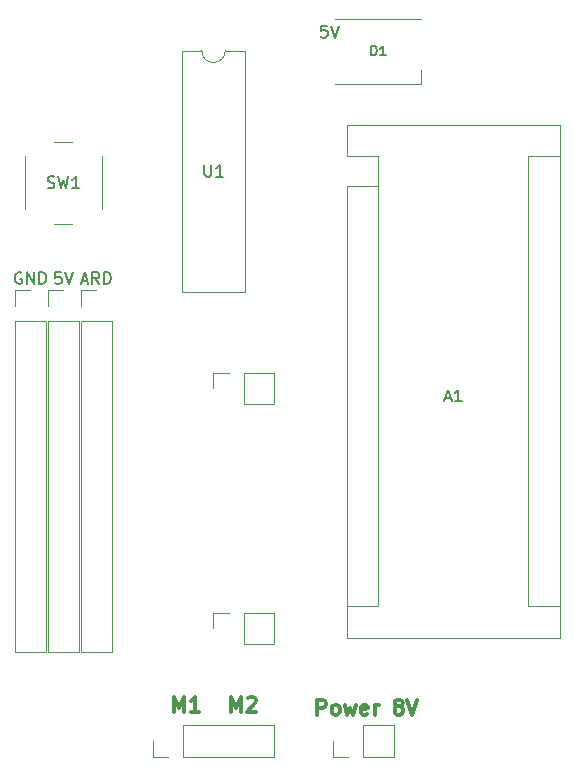
<source format=gbr>
%TF.GenerationSoftware,KiCad,Pcbnew,(6.0.0)*%
%TF.CreationDate,2025-05-03T01:33:45+03:00*%
%TF.ProjectId,board-eng,626f6172-642d-4656-9e67-2e6b69636164,rev?*%
%TF.SameCoordinates,Original*%
%TF.FileFunction,Legend,Top*%
%TF.FilePolarity,Positive*%
%FSLAX46Y46*%
G04 Gerber Fmt 4.6, Leading zero omitted, Abs format (unit mm)*
G04 Created by KiCad (PCBNEW (6.0.0)) date 2025-05-03 01:33:45*
%MOMM*%
%LPD*%
G01*
G04 APERTURE LIST*
%ADD10C,0.300000*%
%ADD11C,0.150000*%
%ADD12C,0.120000*%
G04 APERTURE END LIST*
D10*
X141211904Y-156276523D02*
X141211904Y-155006523D01*
X141635238Y-155913666D01*
X142058571Y-155006523D01*
X142058571Y-156276523D01*
X142602857Y-155127476D02*
X142663333Y-155067000D01*
X142784285Y-155006523D01*
X143086666Y-155006523D01*
X143207619Y-155067000D01*
X143268095Y-155127476D01*
X143328571Y-155248428D01*
X143328571Y-155369380D01*
X143268095Y-155550809D01*
X142542380Y-156276523D01*
X143328571Y-156276523D01*
X136385904Y-156276523D02*
X136385904Y-155006523D01*
X136809238Y-155913666D01*
X137232571Y-155006523D01*
X137232571Y-156276523D01*
X138502571Y-156276523D02*
X137776857Y-156276523D01*
X138139714Y-156276523D02*
X138139714Y-155006523D01*
X138018761Y-155187952D01*
X137897809Y-155308904D01*
X137776857Y-155369380D01*
X148511380Y-156530523D02*
X148511380Y-155260523D01*
X148995190Y-155260523D01*
X149116142Y-155321000D01*
X149176619Y-155381476D01*
X149237095Y-155502428D01*
X149237095Y-155683857D01*
X149176619Y-155804809D01*
X149116142Y-155865285D01*
X148995190Y-155925761D01*
X148511380Y-155925761D01*
X149962809Y-156530523D02*
X149841857Y-156470047D01*
X149781380Y-156409571D01*
X149720904Y-156288619D01*
X149720904Y-155925761D01*
X149781380Y-155804809D01*
X149841857Y-155744333D01*
X149962809Y-155683857D01*
X150144238Y-155683857D01*
X150265190Y-155744333D01*
X150325666Y-155804809D01*
X150386142Y-155925761D01*
X150386142Y-156288619D01*
X150325666Y-156409571D01*
X150265190Y-156470047D01*
X150144238Y-156530523D01*
X149962809Y-156530523D01*
X150809476Y-155683857D02*
X151051380Y-156530523D01*
X151293285Y-155925761D01*
X151535190Y-156530523D01*
X151777095Y-155683857D01*
X152744714Y-156470047D02*
X152623761Y-156530523D01*
X152381857Y-156530523D01*
X152260904Y-156470047D01*
X152200428Y-156349095D01*
X152200428Y-155865285D01*
X152260904Y-155744333D01*
X152381857Y-155683857D01*
X152623761Y-155683857D01*
X152744714Y-155744333D01*
X152805190Y-155865285D01*
X152805190Y-155986238D01*
X152200428Y-156107190D01*
X153349476Y-156530523D02*
X153349476Y-155683857D01*
X153349476Y-155925761D02*
X153409952Y-155804809D01*
X153470428Y-155744333D01*
X153591380Y-155683857D01*
X153712333Y-155683857D01*
X155284714Y-155804809D02*
X155163761Y-155744333D01*
X155103285Y-155683857D01*
X155042809Y-155562904D01*
X155042809Y-155502428D01*
X155103285Y-155381476D01*
X155163761Y-155321000D01*
X155284714Y-155260523D01*
X155526619Y-155260523D01*
X155647571Y-155321000D01*
X155708047Y-155381476D01*
X155768523Y-155502428D01*
X155768523Y-155562904D01*
X155708047Y-155683857D01*
X155647571Y-155744333D01*
X155526619Y-155804809D01*
X155284714Y-155804809D01*
X155163761Y-155865285D01*
X155103285Y-155925761D01*
X155042809Y-156046714D01*
X155042809Y-156288619D01*
X155103285Y-156409571D01*
X155163761Y-156470047D01*
X155284714Y-156530523D01*
X155526619Y-156530523D01*
X155647571Y-156470047D01*
X155708047Y-156409571D01*
X155768523Y-156288619D01*
X155768523Y-156046714D01*
X155708047Y-155925761D01*
X155647571Y-155865285D01*
X155526619Y-155804809D01*
X156131380Y-155260523D02*
X156554714Y-156530523D01*
X156978047Y-155260523D01*
D11*
%TO.C,A1*%
X159305714Y-129706666D02*
X159781904Y-129706666D01*
X159210476Y-129992380D02*
X159543809Y-128992380D01*
X159877142Y-129992380D01*
X160734285Y-129992380D02*
X160162857Y-129992380D01*
X160448571Y-129992380D02*
X160448571Y-128992380D01*
X160353333Y-129135238D01*
X160258095Y-129230476D01*
X160162857Y-129278095D01*
%TO.C,U1*%
X138948095Y-109957380D02*
X138948095Y-110766904D01*
X138995714Y-110862142D01*
X139043333Y-110909761D01*
X139138571Y-110957380D01*
X139329047Y-110957380D01*
X139424285Y-110909761D01*
X139471904Y-110862142D01*
X139519523Y-110766904D01*
X139519523Y-109957380D01*
X140519523Y-110957380D02*
X139948095Y-110957380D01*
X140233809Y-110957380D02*
X140233809Y-109957380D01*
X140138571Y-110100238D01*
X140043333Y-110195476D01*
X139948095Y-110243095D01*
%TO.C,5V*%
X126809523Y-119042380D02*
X126333333Y-119042380D01*
X126285714Y-119518571D01*
X126333333Y-119470952D01*
X126428571Y-119423333D01*
X126666666Y-119423333D01*
X126761904Y-119470952D01*
X126809523Y-119518571D01*
X126857142Y-119613809D01*
X126857142Y-119851904D01*
X126809523Y-119947142D01*
X126761904Y-119994761D01*
X126666666Y-120042380D01*
X126428571Y-120042380D01*
X126333333Y-119994761D01*
X126285714Y-119947142D01*
X127142857Y-119042380D02*
X127476190Y-120042380D01*
X127809523Y-119042380D01*
%TO.C,D1*%
X149329523Y-98182380D02*
X148853333Y-98182380D01*
X148805714Y-98658571D01*
X148853333Y-98610952D01*
X148948571Y-98563333D01*
X149186666Y-98563333D01*
X149281904Y-98610952D01*
X149329523Y-98658571D01*
X149377142Y-98753809D01*
X149377142Y-98991904D01*
X149329523Y-99087142D01*
X149281904Y-99134761D01*
X149186666Y-99182380D01*
X148948571Y-99182380D01*
X148853333Y-99134761D01*
X148805714Y-99087142D01*
X149662857Y-98182380D02*
X149996190Y-99182380D01*
X150329523Y-98182380D01*
X153079523Y-100691904D02*
X153079523Y-99891904D01*
X153270000Y-99891904D01*
X153384285Y-99930000D01*
X153460476Y-100006190D01*
X153498571Y-100082380D01*
X153536666Y-100234761D01*
X153536666Y-100349047D01*
X153498571Y-100501428D01*
X153460476Y-100577619D01*
X153384285Y-100653809D01*
X153270000Y-100691904D01*
X153079523Y-100691904D01*
X154298571Y-100691904D02*
X153841428Y-100691904D01*
X154070000Y-100691904D02*
X154070000Y-99891904D01*
X153993809Y-100006190D01*
X153917619Y-100082380D01*
X153841428Y-100120476D01*
%TO.C,ARD*%
X128555904Y-119756666D02*
X129032095Y-119756666D01*
X128460666Y-120042380D02*
X128794000Y-119042380D01*
X129127333Y-120042380D01*
X130032095Y-120042380D02*
X129698761Y-119566190D01*
X129460666Y-120042380D02*
X129460666Y-119042380D01*
X129841619Y-119042380D01*
X129936857Y-119090000D01*
X129984476Y-119137619D01*
X130032095Y-119232857D01*
X130032095Y-119375714D01*
X129984476Y-119470952D01*
X129936857Y-119518571D01*
X129841619Y-119566190D01*
X129460666Y-119566190D01*
X130460666Y-120042380D02*
X130460666Y-119042380D01*
X130698761Y-119042380D01*
X130841619Y-119090000D01*
X130936857Y-119185238D01*
X130984476Y-119280476D01*
X131032095Y-119470952D01*
X131032095Y-119613809D01*
X130984476Y-119804285D01*
X130936857Y-119899523D01*
X130841619Y-119994761D01*
X130698761Y-120042380D01*
X130460666Y-120042380D01*
%TO.C,SW1*%
X125666666Y-111894761D02*
X125809523Y-111942380D01*
X126047619Y-111942380D01*
X126142857Y-111894761D01*
X126190476Y-111847142D01*
X126238095Y-111751904D01*
X126238095Y-111656666D01*
X126190476Y-111561428D01*
X126142857Y-111513809D01*
X126047619Y-111466190D01*
X125857142Y-111418571D01*
X125761904Y-111370952D01*
X125714285Y-111323333D01*
X125666666Y-111228095D01*
X125666666Y-111132857D01*
X125714285Y-111037619D01*
X125761904Y-110990000D01*
X125857142Y-110942380D01*
X126095238Y-110942380D01*
X126238095Y-110990000D01*
X126571428Y-110942380D02*
X126809523Y-111942380D01*
X127000000Y-111228095D01*
X127190476Y-111942380D01*
X127428571Y-110942380D01*
X128333333Y-111942380D02*
X127761904Y-111942380D01*
X128047619Y-111942380D02*
X128047619Y-110942380D01*
X127952380Y-111085238D01*
X127857142Y-111180476D01*
X127761904Y-111228095D01*
%TO.C,GND*%
X123444095Y-119090000D02*
X123348857Y-119042380D01*
X123206000Y-119042380D01*
X123063142Y-119090000D01*
X122967904Y-119185238D01*
X122920285Y-119280476D01*
X122872666Y-119470952D01*
X122872666Y-119613809D01*
X122920285Y-119804285D01*
X122967904Y-119899523D01*
X123063142Y-119994761D01*
X123206000Y-120042380D01*
X123301238Y-120042380D01*
X123444095Y-119994761D01*
X123491714Y-119947142D01*
X123491714Y-119613809D01*
X123301238Y-119613809D01*
X123920285Y-120042380D02*
X123920285Y-119042380D01*
X124491714Y-120042380D01*
X124491714Y-119042380D01*
X124967904Y-120042380D02*
X124967904Y-119042380D01*
X125206000Y-119042380D01*
X125348857Y-119090000D01*
X125444095Y-119185238D01*
X125491714Y-119280476D01*
X125539333Y-119470952D01*
X125539333Y-119613809D01*
X125491714Y-119804285D01*
X125444095Y-119899523D01*
X125348857Y-119994761D01*
X125206000Y-120042380D01*
X124967904Y-120042380D01*
D12*
%TO.C,A1*%
X166380000Y-147320000D02*
X169050000Y-147320000D01*
X153680000Y-111760000D02*
X153680000Y-147320000D01*
X153680000Y-109220000D02*
X151010000Y-109220000D01*
X166380000Y-109220000D02*
X166380000Y-147320000D01*
X166380000Y-109220000D02*
X169050000Y-109220000D01*
X153680000Y-111760000D02*
X153680000Y-109220000D01*
X151010000Y-149990000D02*
X169050000Y-149990000D01*
X153680000Y-111760000D02*
X151010000Y-111760000D01*
X169050000Y-149990000D02*
X169050000Y-106550000D01*
X151010000Y-111760000D02*
X151010000Y-149990000D01*
X169050000Y-106550000D02*
X151010000Y-106550000D01*
X151010000Y-106550000D02*
X151010000Y-109220000D01*
X153680000Y-147320000D02*
X151010000Y-147320000D01*
%TO.C,U1*%
X142360000Y-120725000D02*
X142360000Y-100285000D01*
X137060000Y-120725000D02*
X142360000Y-120725000D01*
X137060000Y-100285000D02*
X137060000Y-120725000D01*
X142360000Y-100285000D02*
X140710000Y-100285000D01*
X138710000Y-100285000D02*
X137060000Y-100285000D01*
X138710000Y-100285000D02*
G75*
G03*
X140710000Y-100285000I1000000J0D01*
G01*
%TO.C,J6*%
X142260000Y-147870000D02*
X144860000Y-147870000D01*
X142260000Y-150530000D02*
X142260000Y-147870000D01*
X142260000Y-150530000D02*
X144860000Y-150530000D01*
X144860000Y-150530000D02*
X144860000Y-147870000D01*
X139660000Y-147870000D02*
X140990000Y-147870000D01*
X139660000Y-149200000D02*
X139660000Y-147870000D01*
%TO.C,5V*%
X128330000Y-123190000D02*
X128330000Y-151190000D01*
X125670000Y-123190000D02*
X128330000Y-123190000D01*
X125670000Y-123190000D02*
X125670000Y-151190000D01*
X125670000Y-120590000D02*
X127000000Y-120590000D01*
X125670000Y-121920000D02*
X125670000Y-120590000D01*
X125670000Y-151190000D02*
X128330000Y-151190000D01*
%TO.C,J1*%
X137160000Y-160080000D02*
X137160000Y-157420000D01*
X137160000Y-157420000D02*
X144840000Y-157420000D01*
X144840000Y-160080000D02*
X144840000Y-157420000D01*
X134560000Y-160080000D02*
X134560000Y-158750000D01*
X135890000Y-160080000D02*
X134560000Y-160080000D01*
X137160000Y-160080000D02*
X144840000Y-160080000D01*
%TO.C,D1*%
X157320000Y-103080000D02*
X157320000Y-101930000D01*
X150020000Y-97580000D02*
X157320000Y-97580000D01*
X150020000Y-103080000D02*
X157320000Y-103080000D01*
%TO.C,ARD*%
X128464000Y-151190000D02*
X131124000Y-151190000D01*
X128464000Y-123190000D02*
X131124000Y-123190000D01*
X131124000Y-123190000D02*
X131124000Y-151190000D01*
X128464000Y-123190000D02*
X128464000Y-151190000D01*
X128464000Y-120590000D02*
X129794000Y-120590000D01*
X128464000Y-121920000D02*
X128464000Y-120590000D01*
%TO.C,Power 5V*%
X144860000Y-130210000D02*
X144860000Y-127550000D01*
X139660000Y-127550000D02*
X140990000Y-127550000D01*
X142260000Y-127550000D02*
X144860000Y-127550000D01*
X142260000Y-130210000D02*
X144860000Y-130210000D01*
X142260000Y-130210000D02*
X142260000Y-127550000D01*
X139660000Y-128880000D02*
X139660000Y-127550000D01*
%TO.C,SW1*%
X130250000Y-113740000D02*
X130250000Y-109240000D01*
X126250000Y-114990000D02*
X127750000Y-114990000D01*
X127750000Y-107990000D02*
X126250000Y-107990000D01*
X123750000Y-109240000D02*
X123750000Y-113740000D01*
%TO.C,J7*%
X152400000Y-160080000D02*
X155000000Y-160080000D01*
X155000000Y-160080000D02*
X155000000Y-157420000D01*
X152400000Y-157420000D02*
X155000000Y-157420000D01*
X151130000Y-160080000D02*
X149800000Y-160080000D01*
X149800000Y-160080000D02*
X149800000Y-158750000D01*
X152400000Y-160080000D02*
X152400000Y-157420000D01*
%TO.C,GND*%
X122876000Y-120590000D02*
X124206000Y-120590000D01*
X122876000Y-151190000D02*
X125536000Y-151190000D01*
X125536000Y-123190000D02*
X125536000Y-151190000D01*
X122876000Y-123190000D02*
X125536000Y-123190000D01*
X122876000Y-121920000D02*
X122876000Y-120590000D01*
X122876000Y-123190000D02*
X122876000Y-151190000D01*
%TD*%
M02*

</source>
